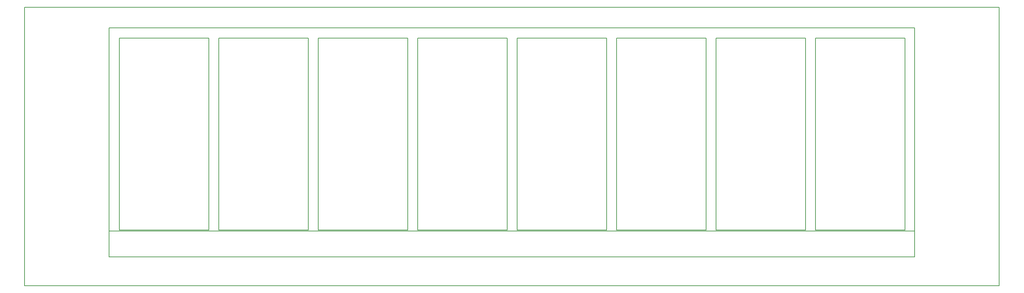
<source format=gm1>
G04 #@! TF.FileFunction,Profile,NP*
%FSLAX46Y46*%
G04 Gerber Fmt 4.6, Leading zero omitted, Abs format (unit mm)*
G04 Created by KiCad (PCBNEW 4.0.6) date 11/21/17 13:18:45*
%MOMM*%
%LPD*%
G01*
G04 APERTURE LIST*
%ADD10C,0.100000*%
%ADD11C,0.150000*%
G04 APERTURE END LIST*
D10*
D11*
X256540000Y-121412000D02*
X254000000Y-121412000D01*
X256540000Y-62865000D02*
X256540000Y-121412000D01*
X256540000Y-65532000D02*
X256540000Y-62865000D01*
X50800000Y-121412000D02*
X53340000Y-121412000D01*
X50800000Y-65405000D02*
X50800000Y-121412000D01*
X50800000Y-62865000D02*
X53467000Y-62865000D01*
X50800000Y-65532000D02*
X50800000Y-62865000D01*
X53340000Y-62865000D02*
X256540000Y-62865000D01*
X231157551Y-65520689D02*
X254017551Y-65520689D01*
X254017551Y-65520689D02*
X254017551Y-114542689D01*
X231157551Y-114542689D02*
X254017551Y-114542689D01*
X231157551Y-65520689D02*
X231157551Y-114542689D01*
X205757551Y-65520689D02*
X205757551Y-114542689D01*
X228617551Y-65520689D02*
X228617551Y-114542689D01*
X205757551Y-114542689D02*
X228617551Y-114542689D01*
X205757551Y-65520689D02*
X228617551Y-65520689D01*
X180357551Y-65520689D02*
X180357551Y-114542689D01*
X180357551Y-65520689D02*
X203217551Y-65520689D01*
X180357551Y-114542689D02*
X203217551Y-114542689D01*
X203217551Y-65520689D02*
X203217551Y-114542689D01*
X177817551Y-65520689D02*
X177817551Y-114542689D01*
X152417551Y-65520689D02*
X152417551Y-114542689D01*
X127017551Y-65520689D02*
X127017551Y-114542689D01*
X101617551Y-65520689D02*
X101617551Y-114542689D01*
X154957551Y-65520689D02*
X177817551Y-65520689D01*
X129557551Y-65520689D02*
X152417551Y-65520689D01*
X104157551Y-65520689D02*
X127017551Y-65520689D01*
X78757551Y-65520689D02*
X101617551Y-65520689D01*
X154957551Y-114542689D02*
X177817551Y-114542689D01*
X129557551Y-114542689D02*
X152417551Y-114542689D01*
X104157551Y-114542689D02*
X127017551Y-114542689D01*
X78757551Y-114542689D02*
X101617551Y-114542689D01*
X154957551Y-65520689D02*
X154957551Y-114542689D01*
X129557551Y-65520689D02*
X129557551Y-114542689D01*
X104157551Y-65520689D02*
X104157551Y-114542689D01*
X78757551Y-65520689D02*
X78757551Y-114542689D01*
X53357551Y-65520689D02*
X53357551Y-114542689D01*
X53357551Y-114542689D02*
X76217551Y-114542689D01*
X76217551Y-65520689D02*
X76217551Y-114542689D01*
X53357551Y-65520689D02*
X76217551Y-65520689D01*
X254000040Y-121412000D02*
X53340000Y-121412000D01*
X50800000Y-114808000D02*
X256540000Y-114808000D01*
X278130000Y-57658000D02*
X29210000Y-57658000D01*
X278130000Y-128778000D02*
X278130000Y-57657887D01*
X29210000Y-128778000D02*
X278130000Y-128778000D01*
X29210000Y-57657547D02*
X29210000Y-128778000D01*
M02*

</source>
